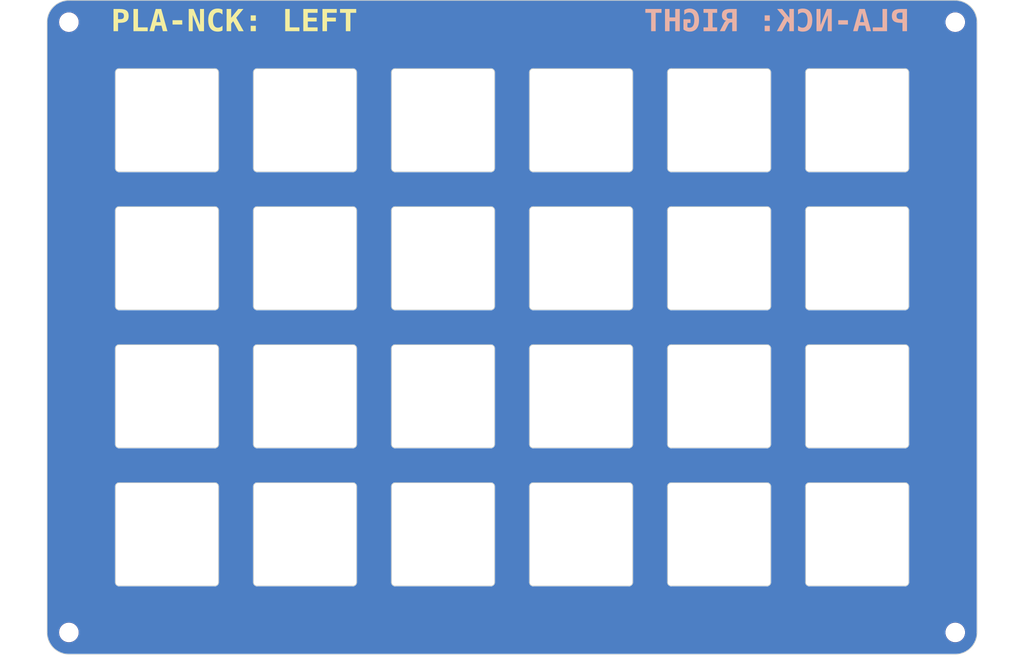
<source format=kicad_pcb>
(kicad_pcb (version 20221018) (generator pcbnew)
  (layers (0 "F.Cu" signal) (31 "B.Cu" signal) (34 "B.Paste" user) (35 "F.Paste" user) (36 "B.SilkS" user "B.Silkscreen") (37 "F.SilkS" user "F.Silkscreen") (38 "B.Mask" user) (39 "F.Mask" user) (44 "Edge.Cuts" user))
  (net 0 "")
  (footprint "MountingHole:MountingHole_2.2mm_M2" (layer "F.Cu") (at 83 42)
    (fp_text reference "REF**" hide)
    (fp_text value "MountingHole_2.2mm_M2")
    (pad "" np_thru_hole circle (at 0 0) (size 2.2 2.2) (drill 2.2) (layers "*.Cu" "*.Mask"))
  )
  (footprint "MountingHole:MountingHole_2.2mm_M2" (layer "F.Cu") (at 205 126)
    (fp_text reference "REF**" hide)
    (fp_text value "MountingHole_2.2mm_M2")
    (pad "" np_thru_hole circle (at 0 0) (size 2.2 2.2) (drill 2.2) (layers "F&B.Cu" "*.Mask"))
  )
  (footprint "MountingHole:MountingHole_2.2mm_M2" (layer "F.Cu") (at 205 42)
    (fp_text reference "REF**" hide)
    (fp_text value "MountingHole_2.2mm_M2")
    (pad "" np_thru_hole circle (at 0 0) (size 2.2 2.2) (drill 2.2) (layers "F&B.Cu" "*.Mask"))
  )
  (footprint "MountingHole:MountingHole_2.2mm_M2" (layer "F.Cu") (at 83 126)
    (fp_text reference "REF**" hide)
    (fp_text value "MountingHole_2.2mm_M2")
    (pad "" np_thru_hole circle (at 0 0) (size 2.2 2.2) (drill 2.2) (layers "F&B.Cu" "*.Mask"))
  )
  (gr_arc (start 184.9 119.6) (mid 184.546447 119.453553) (end 184.4 119.1) (stroke (width 0.1)) (layer "Edge.Cuts"))
  (gr_arc (start 122.6 119.1) (mid 122.453553 119.453553) (end 122.1 119.6) (stroke (width 0.1)) (layer "Edge.Cuts"))
  (gr_line (start 165.9 105.4) (end 179.1 105.4) (stroke (width 0.1)) (layer "Edge.Cuts"))
  (gr_arc (start 160.1 105.4) (mid 160.453553 105.546447) (end 160.6 105.9) (stroke (width 0.1)) (layer "Edge.Cuts"))
  (gr_line (start 108.4 81.1) (end 108.4 67.9) (stroke (width 0.1)) (layer "Edge.Cuts"))
  (gr_arc (start 103.6 62.1) (mid 103.453553 62.453553) (end 103.1 62.6) (stroke (width 0.1)) (layer "Edge.Cuts"))
  (gr_line (start 179.1 62.6) (end 165.9 62.6) (stroke (width 0.1)) (layer "Edge.Cuts"))
  (gr_arc (start 103.6 81.1) (mid 103.453553 81.453553) (end 103.1 81.6) (stroke (width 0.1)) (layer "Edge.Cuts"))
  (gr_line (start 103.1 100.6) (end 89.9 100.6) (stroke (width 0.1)) (layer "Edge.Cuts"))
  (gr_line (start 122.1 100.6) (end 108.9 100.6) (stroke (width 0.1)) (layer "Edge.Cuts"))
  (gr_line (start 198.1 119.6) (end 184.9 119.6) (stroke (width 0.1)) (layer "Edge.Cuts"))
  (gr_line (start 108.9 48.4) (end 122.1 48.4) (stroke (width 0.1)) (layer "Edge.Cuts"))
  (gr_line (start 141.6 67.9) (end 141.6 81.1) (stroke (width 0.1)) (layer "Edge.Cuts"))
  (gr_line (start 108.9 67.4) (end 122.1 67.4) (stroke (width 0.1)) (layer "Edge.Cuts"))
  (gr_line (start 208 42) (end 208 126) (stroke (width 0.1)) (layer "Edge.Cuts"))
  (gr_arc (start 89.4 86.9) (mid 89.546447 86.546447) (end 89.9 86.4) (stroke (width 0.1)) (layer "Edge.Cuts"))
  (gr_line (start 127.9 48.4) (end 141.1 48.4) (stroke (width 0.1)) (layer "Edge.Cuts"))
  (gr_arc (start 141.6 62.1) (mid 141.453553 62.453553) (end 141.1 62.6) (stroke (width 0.1)) (layer "Edge.Cuts"))
  (gr_arc (start 108.9 119.6) (mid 108.546447 119.453553) (end 108.4 119.1) (stroke (width 0.1)) (layer "Edge.Cuts"))
  (gr_arc (start 165.9 119.6) (mid 165.546447 119.453553) (end 165.4 119.1) (stroke (width 0.1)) (layer "Edge.Cuts"))
  (gr_line (start 108.9 86.4) (end 122.1 86.4) (stroke (width 0.1)) (layer "Edge.Cuts"))
  (gr_line (start 165.4 81.1) (end 165.4 67.9) (stroke (width 0.1)) (layer "Edge.Cuts"))
  (gr_line (start 122.1 62.6) (end 108.9 62.6) (stroke (width 0.1)) (layer "Edge.Cuts"))
  (gr_arc (start 198.6 100.1) (mid 198.453553 100.453553) (end 198.1 100.6) (stroke (width 0.1)) (layer "Edge.Cuts"))
  (gr_line (start 127.4 81.1) (end 127.4 67.9) (stroke (width 0.1)) (layer "Edge.Cuts"))
  (gr_arc (start 141.6 119.1) (mid 141.453553 119.453553) (end 141.1 119.6) (stroke (width 0.1)) (layer "Edge.Cuts"))
  (gr_arc (start 80 42) (mid 80.87868 39.87868) (end 83 39) (stroke (width 0.1)) (layer "Edge.Cuts"))
  (gr_line (start 179.6 67.9) (end 179.6 81.1) (stroke (width 0.1)) (layer "Edge.Cuts"))
  (gr_arc (start 179.1 105.4) (mid 179.453553 105.546447) (end 179.6 105.9) (stroke (width 0.1)) (layer "Edge.Cuts"))
  (gr_line (start 198.6 48.9) (end 198.6 62.1) (stroke (width 0.1)) (layer "Edge.Cuts"))
  (gr_arc (start 146.9 119.6) (mid 146.546447 119.453553) (end 146.4 119.1) (stroke (width 0.1)) (layer "Edge.Cuts"))
  (gr_line (start 146.4 100.1) (end 146.4 86.9) (stroke (width 0.1)) (layer "Edge.Cuts"))
  (gr_line (start 184.9 67.4) (end 198.1 67.4) (stroke (width 0.1)) (layer "Edge.Cuts"))
  (gr_arc (start 160.1 48.4) (mid 160.453553 48.546447) (end 160.6 48.9) (stroke (width 0.1)) (layer "Edge.Cuts"))
  (gr_arc (start 184.4 105.9) (mid 184.546447 105.546447) (end 184.9 105.4) (stroke (width 0.1)) (layer "Edge.Cuts"))
  (gr_arc (start 198.1 67.4) (mid 198.453553 67.546447) (end 198.6 67.9) (stroke (width 0.1)) (layer "Edge.Cuts"))
  (gr_arc (start 89.9 119.6) (mid 89.546447 119.453553) (end 89.4 119.1) (stroke (width 0.1)) (layer "Edge.Cuts"))
  (gr_line (start 103.6 86.9) (end 103.6 100.1) (stroke (width 0.1)) (layer "Edge.Cuts"))
  (gr_line (start 198.1 81.6) (end 184.9 81.6) (stroke (width 0.1)) (layer "Edge.Cuts"))
  (gr_arc (start 165.4 86.9) (mid 165.546447 86.546447) (end 165.9 86.4) (stroke (width 0.1)) (layer "Edge.Cuts"))
  (gr_line (start 89.9 86.4) (end 103.1 86.4) (stroke (width 0.1)) (layer "Edge.Cuts"))
  (gr_arc (start 122.1 105.4) (mid 122.453553 105.546447) (end 122.6 105.9) (stroke (width 0.1)) (layer "Edge.Cuts"))
  (gr_line (start 122.6 67.9) (end 122.6 81.1) (stroke (width 0.1)) (layer "Edge.Cuts"))
  (gr_arc (start 108.4 86.9) (mid 108.546447 86.546447) (end 108.9 86.4) (stroke (width 0.1)) (layer "Edge.Cuts"))
  (gr_line (start 160.1 81.6) (end 146.9 81.6) (stroke (width 0.1)) (layer "Edge.Cuts"))
  (gr_arc (start 122.1 67.4) (mid 122.453553 67.546447) (end 122.6 67.9) (stroke (width 0.1)) (layer "Edge.Cuts"))
  (gr_arc (start 89.9 62.6) (mid 89.546447 62.453553) (end 89.4 62.1) (stroke (width 0.1)) (layer "Edge.Cuts"))
  (gr_arc (start 141.1 105.4) (mid 141.453553 105.546447) (end 141.6 105.9) (stroke (width 0.1)) (layer "Edge.Cuts"))
  (gr_arc (start 160.6 81.1) (mid 160.453553 81.453553) (end 160.1 81.6) (stroke (width 0.1)) (layer "Edge.Cuts"))
  (gr_line (start 127.4 119.1) (end 127.4 105.9) (stroke (width 0.1)) (layer "Edge.Cuts"))
  (gr_line (start 146.4 119.1) (end 146.4 105.9) (stroke (width 0.1)) (layer "Edge.Cuts"))
  (gr_arc (start 160.6 100.1) (mid 160.453553 100.453553) (end 160.1 100.6) (stroke (width 0.1)) (layer "Edge.Cuts"))
  (gr_line (start 179.6 105.9) (end 179.6 119.1) (stroke (width 0.1)) (layer "Edge.Cuts"))
  (gr_line (start 146.9 105.4) (end 160.1 105.4) (stroke (width 0.1)) (layer "Edge.Cuts"))
  (gr_arc (start 165.9 100.6) (mid 165.546447 100.453553) (end 165.4 100.1) (stroke (width 0.1)) (layer "Edge.Cuts"))
  (gr_line (start 165.4 100.1) (end 165.4 86.9) (stroke (width 0.1)) (layer "Edge.Cuts"))
  (gr_arc (start 108.9 81.6) (mid 108.546447 81.453553) (end 108.4 81.1) (stroke (width 0.1)) (layer "Edge.Cuts"))
  (gr_arc (start 89.9 100.6) (mid 89.546447 100.453553) (end 89.4 100.1) (stroke (width 0.1)) (layer "Edge.Cuts"))
  (gr_line (start 165.4 62.1) (end 165.4 48.9) (stroke (width 0.1)) (layer "Edge.Cuts"))
  (gr_line (start 184.4 81.1) (end 184.4 67.9) (stroke (width 0.1)) (layer "Edge.Cuts"))
  (gr_line (start 160.6 105.9) (end 160.6 119.1) (stroke (width 0.1)) (layer "Edge.Cuts"))
  (gr_arc (start 198.1 86.4) (mid 198.453553 86.546447) (end 198.6 86.9) (stroke (width 0.1)) (layer "Edge.Cuts"))
  (gr_arc (start 108.9 100.6) (mid 108.546447 100.453553) (end 108.4 100.1) (stroke (width 0.1)) (layer "Edge.Cuts"))
  (gr_line (start 103.1 119.6) (end 89.9 119.6) (stroke (width 0.1)) (layer "Edge.Cuts"))
  (gr_arc (start 89.9 81.6) (mid 89.546447 81.453553) (end 89.4 81.1) (stroke (width 0.1)) (layer "Edge.Cuts"))
  (gr_line (start 80 126) (end 80 42) (stroke (width 0.1)) (layer "Edge.Cuts"))
  (gr_arc (start 179.1 48.4) (mid 179.453553 48.546447) (end 179.6 48.9) (stroke (width 0.1)) (layer "Edge.Cuts"))
  (gr_arc (start 89.4 48.9) (mid 89.546447 48.546447) (end 89.9 48.4) (stroke (width 0.1)) (layer "Edge.Cuts"))
  (gr_line (start 160.6 86.9) (end 160.6 100.1) (stroke (width 0.1)) (layer "Edge.Cuts"))
  (gr_arc (start 160.1 86.4) (mid 160.453553 86.546447) (end 160.6 86.9) (stroke (width 0.1)) (layer "Edge.Cuts"))
  (gr_line (start 83 39) (end 205 39) (stroke (width 0.1)) (layer "Edge.Cuts"))
  (gr_arc (start 165.4 48.9) (mid 165.546447 48.546447) (end 165.9 48.4) (stroke (width 0.1)) (layer "Edge.Cuts"))
  (gr_arc (start 103.6 100.1) (mid 103.453553 100.453553) (end 103.1 100.6) (stroke (width 0.1)) (layer "Edge.Cuts"))
  (gr_line (start 205 129) (end 83 129) (stroke (width 0.1)) (layer "Edge.Cuts"))
  (gr_line (start 179.1 100.6) (end 165.9 100.6) (stroke (width 0.1)) (layer "Edge.Cuts"))
  (gr_arc (start 184.9 62.6) (mid 184.546447 62.453553) (end 184.4 62.1) (stroke (width 0.1)) (layer "Edge.Cuts"))
  (gr_arc (start 146.9 100.6) (mid 146.546447 100.453553) (end 146.4 100.1) (stroke (width 0.1)) (layer "Edge.Cuts"))
  (gr_arc (start 127.9 62.6) (mid 127.546447 62.453553) (end 127.4 62.1) (stroke (width 0.1)) (layer "Edge.Cuts"))
  (gr_arc (start 141.1 67.4) (mid 141.453553 67.546447) (end 141.6 67.9) (stroke (width 0.1)) (layer "Edge.Cuts"))
  (gr_line (start 122.6 86.9) (end 122.6 100.1) (stroke (width 0.1)) (layer "Edge.Cuts"))
  (gr_line (start 146.4 62.1) (end 146.4 48.9) (stroke (width 0.1)) (layer "Edge.Cuts"))
  (gr_arc (start 141.6 81.1) (mid 141.453553 81.453553) (end 141.1 81.6) (stroke (width 0.1)) (layer "Edge.Cuts"))
  (gr_line (start 103.6 67.9) (end 103.6 81.1) (stroke (width 0.1)) (layer "Edge.Cuts"))
  (gr_arc (start 108.9 62.6) (mid 108.546447 62.453553) (end 108.4 62.1) (stroke (width 0.1)) (layer "Edge.Cuts"))
  (gr_line (start 127.9 86.4) (end 141.1 86.4) (stroke (width 0.1)) (layer "Edge.Cuts"))
  (gr_line (start 127.4 100.1) (end 127.4 86.9) (stroke (width 0.1)) (layer "Edge.Cuts"))
  (gr_line (start 165.9 67.4) (end 179.1 67.4) (stroke (width 0.1)) (layer "Edge.Cuts"))
  (gr_arc (start 198.1 48.4) (mid 198.453553 48.546447) (end 198.6 48.9) (stroke (width 0.1)) (layer "Edge.Cuts"))
  (gr_line (start 122.6 48.9) (end 122.6 62.1) (stroke (width 0.1)) (layer "Edge.Cuts"))
  (gr_arc (start 184.4 67.9) (mid 184.546447 67.546447) (end 184.9 67.4) (stroke (width 0.1)) (layer "Edge.Cuts"))
  (gr_arc (start 103.1 67.4) (mid 103.453553 67.546447) (end 103.6 67.9) (stroke (width 0.1)) (layer "Edge.Cuts"))
  (gr_line (start 103.1 62.6) (end 89.9 62.6) (stroke (width 0.1)) (layer "Edge.Cuts"))
  (gr_arc (start 108.4 67.9) (mid 108.546447 67.546447) (end 108.9 67.4) (stroke (width 0.1)) (layer "Edge.Cuts"))
  (gr_arc (start 179.6 100.1) (mid 179.453553 100.453553) (end 179.1 100.6) (stroke (width 0.1)) (layer "Edge.Cuts"))
  (gr_arc (start 141.6 100.1) (mid 141.453553 100.453553) (end 141.1 100.6) (stroke (width 0.1)) (layer "Edge.Cuts"))
  (gr_arc (start 165.9 62.6) (mid 165.546447 62.453553) (end 165.4 62.1) (stroke (width 0.1)) (layer "Edge.Cuts"))
  (gr_line (start 198.1 100.6) (end 184.9 100.6) (stroke (width 0.1)) (layer "Edge.Cuts"))
  (gr_line (start 160.1 62.6) (end 146.9 62.6) (stroke (width 0.1)) (layer "Edge.Cuts"))
  (gr_arc (start 160.6 119.1) (mid 160.453553 119.453553) (end 160.1 119.6) (stroke (width 0.1)) (layer "Edge.Cuts"))
  (gr_line (start 108.9 105.4) (end 122.1 105.4) (stroke (width 0.1)) (layer "Edge.Cuts"))
  (gr_line (start 141.6 105.9) (end 141.6 119.1) (stroke (width 0.1)) (layer "Edge.Cuts"))
  (gr_line (start 103.6 48.9) (end 103.6 62.1) (stroke (width 0.1)) (layer "Edge.Cuts"))
  (gr_arc (start 127.4 86.9) (mid 127.546447 86.546447) (end 127.9 86.4) (stroke (width 0.1)) (layer "Edge.Cuts"))
  (gr_arc (start 208 126) (mid 207.12132 128.12132) (end 205 129) (stroke (width 0.1)) (layer "Edge.Cuts"))
  (gr_arc (start 127.4 48.9) (mid 127.546447 48.546447) (end 127.9 48.4) (stroke (width 0.1)) (layer "Edge.Cuts"))
  (gr_arc (start 127.9 81.6) (mid 127.546447 81.453553) (end 127.4 81.1) (stroke (width 0.1)) (layer "Edge.Cuts"))
  (gr_arc (start 127.9 100.6) (mid 127.546447 100.453553) (end 127.4 100.1) (stroke (width 0.1)) (layer "Edge.Cuts"))
  (gr_line (start 141.6 48.9) (end 141.6 62.1) (stroke (width 0.1)) (layer "Edge.Cuts"))
  (gr_line (start 122.6 105.9) (end 122.6 119.1) (stroke (width 0.1)) (layer "Edge.Cuts"))
  (gr_line (start 89.4 62.1) (end 89.4 48.9) (stroke (width 0.1)) (layer "Edge.Cuts"))
  (gr_arc (start 165.4 105.9) (mid 165.546447 105.546447) (end 165.9 105.4) (stroke (width 0.1)) (layer "Edge.Cuts"))
  (gr_line (start 103.6 105.9) (end 103.6 119.1) (stroke (width 0.1)) (layer "Edge.Cuts"))
  (gr_line (start 141.1 62.6) (end 127.9 62.6) (stroke (width 0.1)) (layer "Edge.Cuts"))
  (gr_arc (start 146.9 81.6) (mid 146.546447 81.453553) (end 146.4 81.1) (stroke (width 0.1)) (layer "Edge.Cuts"))
  (gr_arc (start 89.4 67.9) (mid 89.546447 67.546447) (end 89.9 67.4) (stroke (width 0.1)) (layer "Edge.Cuts"))
  (gr_line (start 198.6 67.9) (end 198.6 81.1) (stroke (width 0.1)) (layer "Edge.Cuts"))
  (gr_line (start 108.4 62.1) (end 108.4 48.9) (stroke (width 0.1)) (layer "Edge.Cuts"))
  (gr_line (start 141.1 100.6) (end 127.9 100.6) (stroke (width 0.1)) (layer "Edge.Cuts"))
  (gr_line (start 146.9 67.4) (end 160.1 67.4) (stroke (width 0.1)) (layer "Edge.Cuts"))
  (gr_line (start 127.4 62.1) (end 127.4 48.9) (stroke (width 0.1)) (layer "Edge.Cuts"))
  (gr_arc (start 179.6 119.1) (mid 179.453553 119.453553) (end 179.1 119.6) (stroke (width 0.1)) (layer "Edge.Cuts"))
  (gr_arc (start 179.1 86.4) (mid 179.453553 86.546447) (end 179.6 86.9) (stroke (width 0.1)) (layer "Edge.Cuts"))
  (gr_line (start 184.4 119.1) (end 184.4 105.9) (stroke (width 0.1)) (layer "Edge.Cuts"))
  (gr_arc (start 205 39) (mid 207.12132 39.87868) (end 208 42) (stroke (width 0.1)) (layer "Edge.Cuts"))
  (gr_arc (start 184.9 81.6) (mid 184.546447 81.453553) (end 184.4 81.1) (stroke (width 0.1)) (layer "Edge.Cuts"))
  (gr_line (start 122.1 119.6) (end 108.9 119.6) (stroke (width 0.1)) (layer "Edge.Cuts"))
  (gr_line (start 179.6 48.9) (end 179.6 62.1) (stroke (width 0.1)) (layer "Edge.Cuts"))
  (gr_arc (start 83 129) (mid 80.87868 128.12132) (end 80 126) (stroke (width 0.1)) (layer "Edge.Cuts"))
  (gr_line (start 198.6 86.9) (end 198.6 100.1) (stroke (width 0.1)) (layer "Edge.Cuts"))
  (gr_line (start 89.9 105.4) (end 103.1 105.4) (stroke (width 0.1)) (layer "Edge.Cuts"))
  (gr_line (start 184.4 62.1) (end 184.4 48.9) (stroke (width 0.1)) (layer "Edge.Cuts"))
  (gr_line (start 89.4 119.1) (end 89.4 105.9) (stroke (width 0.1)) (layer "Edge.Cuts"))
  (gr_line (start 89.4 81.1) (end 89.4 67.9) (stroke (width 0.1)) (layer "Edge.Cuts"))
  (gr_arc (start 198.6 62.1) (mid 198.453553 62.453553) (end 198.1 62.6) (stroke (width 0.1)) (layer "Edge.Cuts"))
  (gr_line (start 165.9 86.4) (end 179.1 86.4) (stroke (width 0.1)) (layer "Edge.Cuts"))
  (gr_arc (start 165.4 67.9) (mid 165.546447 67.546447) (end 165.9 67.4) (stroke (width 0.1)) (layer "Edge.Cuts"))
  (gr_arc (start 127.9 119.6) (mid 127.546447 119.453553) (end 127.4 119.1) (stroke (width 0.1)) (layer "Edge.Cuts"))
  (gr_arc (start 108.4 105.9) (mid 108.546447 105.546447) (end 108.9 105.4) (stroke (width 0.1)) (layer "Edge.Cuts"))
  (gr_arc (start 198.6 119.1) (mid 198.453553 119.453553) (end 198.1 119.6) (stroke (width 0.1)) (layer "Edge.Cuts"))
  (gr_arc (start 146.4 67.9) (mid 146.546447 67.546447) (end 146.9 67.4) (stroke (width 0.1)) (layer "Edge.Cuts"))
  (gr_arc (start 198.6 81.1) (mid 198.453553 81.453553) (end 198.1 81.6) (stroke (width 0.1)) (layer "Edge.Cuts"))
  (gr_line (start 184.4 100.1) (end 184.4 86.9) (stroke (width 0.1)) (layer "Edge.Cuts"))
  (gr_arc (start 122.1 48.4) (mid 122.453553 48.546447) (end 122.6 48.9) (stroke (width 0.1)) (layer "Edge.Cuts"))
  (gr_line (start 184.9 86.4) (end 198.1 86.4) (stroke (width 0.1)) (layer "Edge.Cuts"))
  (gr_line (start 122.1 81.6) (end 108.9 81.6) (stroke (width 0.1)) (layer "Edge.Cuts"))
  (gr_arc (start 103.1 105.4) (mid 103.453553 105.546447) (end 103.6 105.9) (stroke (width 0.1)) (layer "Edge.Cuts"))
  (gr_line (start 146.4 81.1) (end 146.4 67.9) (stroke (width 0.1)) (layer "Edge.Cuts"))
  (gr_line (start 184.9 105.4) (end 198.1 105.4) (stroke (width 0.1)) (layer "Edge.Cuts"))
  (gr_arc (start 127.4 67.9) (mid 127.546447 67.546447) (end 127.9 67.4) (stroke (width 0.1)) (layer "Edge.Cuts"))
  (gr_arc (start 89.4 105.9) (mid 89.546447 105.546447) (end 89.9 105.4) (stroke (width 0.1)) (layer "Edge.Cuts"))
  (gr_line (start 146.9 86.4) (end 160.1 86.4) (stroke (width 0.1)) (layer "Edge.Cuts"))
  (gr_arc (start 122.1 86.4) (mid 122.453553 86.546447) (end 122.6 86.9) (stroke (width 0.1)) (layer "Edge.Cuts"))
  (gr_arc (start 103.6 119.1) (mid 103.453553 119.453553) (end 103.1 119.6) (stroke (width 0.1)) (layer "Edge.Cuts"))
  (gr_arc (start 122.6 81.1) (mid 122.453553 81.453553) (end 122.1 81.6) (stroke (width 0.1)) (layer "Edge.Cuts"))
  (gr_line (start 89.9 48.4) (end 103.1 48.4) (stroke (width 0.1)) (layer "Edge.Cuts"))
  (gr_arc (start 141.1 86.4) (mid 141.453553 86.546447) (end 141.6 86.9) (stroke (width 0.1)) (layer "Edge.Cuts"))
  (gr_arc (start 184.4 86.9) (mid 184.546447 86.546447) (end 184.9 86.4) (stroke (width 0.1)) (layer "Edge.Cuts"))
  (gr_line (start 127.9 105.4) (end 141.1 105.4) (stroke (width 0.1)) (layer "Edge.Cuts"))
  (gr_arc (start 184.9 100.6) (mid 184.546447 100.453553) (end 184.4 100.1) (stroke (width 0.1)) (layer "Edge.Cuts"))
  (gr_arc (start 179.1 67.4) (mid 179.453553 67.546447) (end 179.6 67.9) (stroke (width 0.1)) (layer "Edge.Cuts"))
  (gr_arc (start 108.4 48.9) (mid 108.546447 48.546447) (end 108.9 48.4) (stroke (width 0.1)) (layer "Edge.Cuts"))
  (gr_line (start 160.1 100.6) (end 146.9 100.6) (stroke (width 0.1)) (layer "Edge.Cuts"))
  (gr_line (start 165.9 48.4) (end 179.1 48.4) (stroke (width 0.1)) (layer "Edge.Cuts"))
  (gr_arc (start 160.6 62.1) (mid 160.453553 62.453553) (end 160.1 62.6) (stroke (width 0.1)) (layer "Edge.Cuts"))
  (gr_arc (start 146.4 105.9) (mid 146.546447 105.546447) (end 146.9 105.4) (stroke (width 0.1)) (layer "Edge.Cuts"))
  (gr_line (start 127.9 67.4) (end 141.1 67.4) (stroke (width 0.1)) (layer "Edge.Cuts"))
  (gr_line (start 108.4 119.1) (end 108.4 105.9) (stroke (width 0.1)) (layer "Edge.Cuts"))
  (gr_arc (start 184.4 48.9) (mid 184.546447 48.546447) (end 184.9 48.4) (stroke (width 0.1)) (layer "Edge.Cuts"))
  (gr_arc (start 146.4 86.9) (mid 146.546447 86.546447) (end 146.9 86.4) (stroke (width 0.1)) (layer "Edge.Cuts"))
  (gr_arc (start 103.1 86.4) (mid 103.453553 86.546447) (end 103.6 86.9) (stroke (width 0.1)) (layer "Edge.Cuts"))
  (gr_arc (start 122.6 62.1) (mid 122.453553 62.453553) (end 122.1 62.6) (stroke (width 0.1)) (layer "Edge.Cuts"))
  (gr_arc (start 160.1 67.4) (mid 160.453553 67.546447) (end 160.6 67.9) (stroke (width 0.1)) (layer "Edge.Cuts"))
  (gr_arc (start 179.6 81.1) (mid 179.453553 81.453553) (end 179.1 81.6) (stroke (width 0.1)) (layer "Edge.Cuts"))
  (gr_line (start 108.4 100.1) (end 108.4 86.9) (stroke (width 0.1)) (layer "Edge.Cuts"))
  (gr_line (start 165.4 119.1) (end 165.4 105.9) (stroke (width 0.1)) (layer "Edge.Cuts"))
  (gr_line (start 179.1 81.6) (end 165.9 81.6) (stroke (width 0.1)) (layer "Edge.Cuts"))
  (gr_arc (start 127.4 105.9) (mid 127.546447 105.546447) (end 127.9 105.4) (stroke (width 0.1)) (layer "Edge.Cuts"))
  (gr_line (start 198.1 62.6) (end 184.9 62.6) (stroke (width 0.1)) (layer "Edge.Cuts"))
  (gr_line (start 141.6 86.9) (end 141.6 100.1) (stroke (width 0.1)) (layer "Edge.Cuts"))
  (gr_line (start 89.9 67.4) (end 103.1 67.4) (stroke (width 0.1)) (layer "Edge.Cuts"))
  (gr_arc (start 146.9 62.6) (mid 146.546447 62.453553) (end 146.4 62.1) (stroke (width 0.1)) (layer "Edge.Cuts"))
  (gr_line (start 141.1 119.6) (end 127.9 119.6) (stroke (width 0.1)) (layer "Edge.Cuts"))
  (gr_line (start 184.9 48.4) (end 198.1 48.4) (stroke (width 0.1)) (layer "Edge.Cuts"))
  (gr_line (start 160.1 119.6) (end 146.9 119.6) (stroke (width 0.1)) (layer "Edge.Cuts"))
  (gr_line (start 179.6 86.9) (end 179.6 100.1) (stroke (width 0.1)) (layer "Edge.Cuts"))
  (gr_line (start 141.1 81.6) (end 127.9 81.6) (stroke (width 0.1)) (layer "Edge.Cuts"))
  (gr_line (start 89.4 100.1) (end 89.4 86.9) (stroke (width 0.1)) (layer "Edge.Cuts"))
  (gr_line (start 103.1 81.6) (end 89.9 81.6) (stroke (width 0.1)) (layer "Edge.Cuts"))
  (gr_line (start 160.6 48.9) (end 160.6 62.1) (stroke (width 0.1)) (layer "Edge.Cuts"))
  (gr_arc (start 122.6 100.1) (mid 122.453553 100.453553) (end 122.1 100.6) (stroke (width 0.1)) (layer "Edge.Cuts"))
  (gr_arc (start 146.4 48.9) (mid 146.546447 48.546447) (end 146.9 48.4) (stroke (width 0.1)) (layer "Edge.Cuts"))
  (gr_line (start 179.1 119.6) (end 165.9 119.6) (stroke (width 0.1)) (layer "Edge.Cuts"))
  (gr_line (start 160.6 67.9) (end 160.6 81.1) (stroke (width 0.1)) (layer "Edge.Cuts"))
  (gr_arc (start 103.1 48.4) (mid 103.453553 48.546447) (end 103.6 48.9) (stroke (width 0.1)) (layer "Edge.Cuts"))
  (gr_arc (start 198.1 105.4) (mid 198.453553 105.546447) (end 198.6 105.9) (stroke (width 0.1)) (layer "Edge.Cuts"))
  (gr_arc (start 179.6 62.1) (mid 179.453553 62.453553) (end 179.1 62.6) (stroke (width 0.1)) (layer "Edge.Cuts"))
  (gr_line (start 198.6 105.9) (end 198.6 119.1) (stroke (width 0.1)) (layer "Edge.Cuts"))
  (gr_arc (start 165.9 81.6) (mid 165.546447 81.453553) (end 165.4 81.1) (stroke (width 0.1)) (layer "Edge.Cuts"))
  (gr_arc (start 141.1 48.4) (mid 141.453553 48.546447) (end 141.6 48.9) (stroke (width 0.1)) (layer "Edge.Cuts"))
  (gr_line (start 146.9 48.4) (end 160.1 48.4) (stroke (width 0.1)) (layer "Edge.Cuts"))
  (gr_text "PLA-NCK: RIGHT" (at 198.7 42) (layer "B.SilkS") (effects (font (size 3 3.1) (thickness 0.6) bold) (justify left mirror)))
  (gr_text "PLA-NCK: LEFT" (at 88.8 42) (layer "F.SilkS") (effects (font (size 3 3.1) (thickness 0.6) bold) (justify left)))
  (zone (net 0) (net_name "") (layers "F&B.Cu") (connect_pads (clearance 0.5)) (min_thickness 0.25) (fill yes (thermal_gap 0.5) (thermal_bridge_width 0.5) (island_removal_mode 1) (island_area_min 10))
    (polygon (pts (xy 80 39) (xy 80 129) (xy 208 129) (xy 208 39)))
  )
)
</source>
